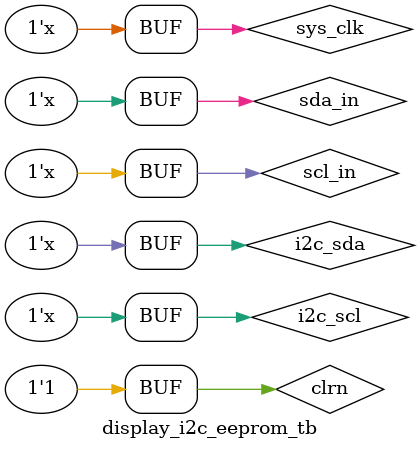
<source format=v>
`timescale 1ns/1ns
module display_i2c_eeprom_tb;
    reg        sys_clk,clrn;
    reg        scl_in,sda_in;       // for assigning values to inout signals
    wire       i2c_scl,i2c_sda;
    wire [7:0] r,g,b;
    wire       hs,vs;
    wire       vga_clk;
    wire       blankn;
    wire       syncn;
    display_i2c_eeprom ie (sys_clk,clrn,i2c_scl,i2c_sda,
                           r,g,b,hs,vs,vga_clk,blankn,syncn);
    assign     i2c_scl = scl_in;    // assign to inout signal
    assign     i2c_sda = sda_in;    // assign to inout signal
    initial begin
               sda_in  = 1'hz;
               scl_in  = 1'hz;
               sys_clk = 1;
               clrn    = 0;
        #5     clrn    = 1;
        // ack for writing eeprom[0x0a55] = 0x43
        #27515 sda_in  = 0;         // a0 ack
        #2500  sda_in  = 1'hz;
        #22500 sda_in  = 0;         // 0a ack
        #2500  sda_in  = 1'hz;
        #22500 sda_in  = 0;         // 55 ack
        #2500  sda_in  = 1'hz;
        #22500 sda_in  = 0;         // 43 ack
        #2500  sda_in  = 1'hz;
        // ack for reading eeprom[0x0a55]
        #32500 sda_in  = 1;         // a0 nack
        #2500  sda_in  = 1'hz;
        #27500 sda_in  = 1;         // a0 nack
        #2500  sda_in  = 1'hz;
        #27500 sda_in  = 0;         // a0 ack
        #2500  sda_in  = 1'hz;
        #22500 sda_in  = 0;         // 0a ack
        #2500  sda_in  = 1'hz;
        #22500 sda_in  = 0;         // 55 ack
        #2500  sda_in  = 1'hz;
        #27500 sda_in  = 0;         // a1 ack
        #2500  sda_in  = 1'hz;
        // 0x43 'C': output of eeprom[0x0a55]
        #2500  sda_in  = 0;         // bit 7
        #2500  sda_in  = 1;         // bit 6
        #2500  sda_in  = 0;         // bit 5
        #2500  sda_in  = 0;         // bit 4
        #2500  sda_in  = 0;         // bit 3
        #2500  sda_in  = 0;         // bit 2
        #2500  sda_in  = 1;         // bit 1
        #2500  sda_in  = 1;         // bit 0
        #2500  sda_in  = 1'hz;      // nack
        //  315 us
    end
    always #10 sys_clk = !sys_clk;  // 50 MHz
endmodule
/*
 1.   0 -  56 us
 2.  56 - 112 us
 3. 112 - 162 us
 4. 162 - 212 us
 5. 212 - 262 us
 6. 262 - 312 us
*/

</source>
